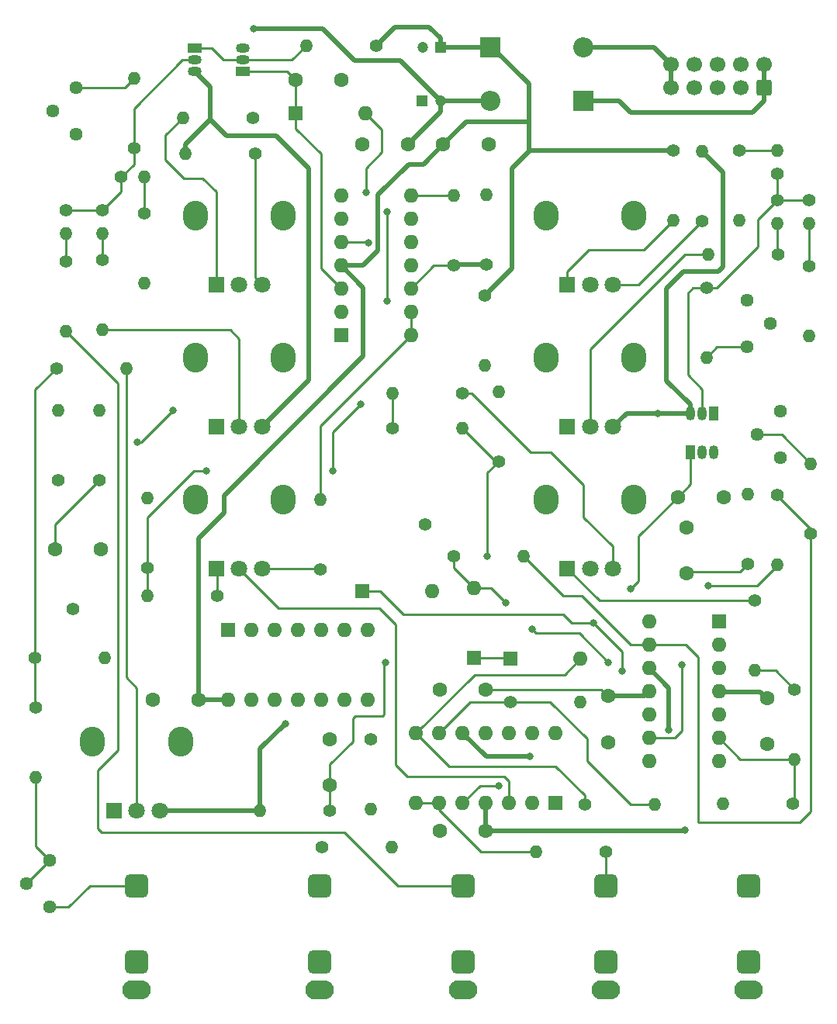
<source format=gtl>
%TF.GenerationSoftware,KiCad,Pcbnew,(6.0.1)*%
%TF.CreationDate,2022-08-28T21:55:51+02:00*%
%TF.ProjectId,vco,76636f2e-6b69-4636-9164-5f7063625858,rev?*%
%TF.SameCoordinates,Original*%
%TF.FileFunction,Copper,L1,Top*%
%TF.FilePolarity,Positive*%
%FSLAX46Y46*%
G04 Gerber Fmt 4.6, Leading zero omitted, Abs format (unit mm)*
G04 Created by KiCad (PCBNEW (6.0.1)) date 2022-08-28 21:55:51*
%MOMM*%
%LPD*%
G01*
G04 APERTURE LIST*
G04 Aperture macros list*
%AMRoundRect*
0 Rectangle with rounded corners*
0 $1 Rounding radius*
0 $2 $3 $4 $5 $6 $7 $8 $9 X,Y pos of 4 corners*
0 Add a 4 corners polygon primitive as box body*
4,1,4,$2,$3,$4,$5,$6,$7,$8,$9,$2,$3,0*
0 Add four circle primitives for the rounded corners*
1,1,$1+$1,$2,$3*
1,1,$1+$1,$4,$5*
1,1,$1+$1,$6,$7*
1,1,$1+$1,$8,$9*
0 Add four rect primitives between the rounded corners*
20,1,$1+$1,$2,$3,$4,$5,0*
20,1,$1+$1,$4,$5,$6,$7,0*
20,1,$1+$1,$6,$7,$8,$9,0*
20,1,$1+$1,$8,$9,$2,$3,0*%
G04 Aperture macros list end*
%TA.AperFunction,ComponentPad*%
%ADD10O,2.720000X3.240000*%
%TD*%
%TA.AperFunction,ComponentPad*%
%ADD11R,1.800000X1.800000*%
%TD*%
%TA.AperFunction,ComponentPad*%
%ADD12C,1.800000*%
%TD*%
%TA.AperFunction,ComponentPad*%
%ADD13O,3.100000X2.100000*%
%TD*%
%TA.AperFunction,ComponentPad*%
%ADD14RoundRect,0.650000X-0.650000X-0.650000X0.650000X-0.650000X0.650000X0.650000X-0.650000X0.650000X0*%
%TD*%
%TA.AperFunction,ComponentPad*%
%ADD15C,1.400000*%
%TD*%
%TA.AperFunction,ComponentPad*%
%ADD16R,1.200000X1.200000*%
%TD*%
%TA.AperFunction,ComponentPad*%
%ADD17C,1.200000*%
%TD*%
%TA.AperFunction,ComponentPad*%
%ADD18C,1.600000*%
%TD*%
%TA.AperFunction,ComponentPad*%
%ADD19O,1.400000X1.400000*%
%TD*%
%TA.AperFunction,ComponentPad*%
%ADD20RoundRect,0.250000X0.600000X-0.600000X0.600000X0.600000X-0.600000X0.600000X-0.600000X-0.600000X0*%
%TD*%
%TA.AperFunction,ComponentPad*%
%ADD21C,1.700000*%
%TD*%
%TA.AperFunction,ComponentPad*%
%ADD22R,2.200000X2.200000*%
%TD*%
%TA.AperFunction,ComponentPad*%
%ADD23O,2.200000X2.200000*%
%TD*%
%TA.AperFunction,ComponentPad*%
%ADD24R,1.600000X1.600000*%
%TD*%
%TA.AperFunction,ComponentPad*%
%ADD25O,1.600000X1.600000*%
%TD*%
%TA.AperFunction,ComponentPad*%
%ADD26C,1.440000*%
%TD*%
%TA.AperFunction,ComponentPad*%
%ADD27R,1.050000X1.500000*%
%TD*%
%TA.AperFunction,ComponentPad*%
%ADD28O,1.050000X1.500000*%
%TD*%
%TA.AperFunction,ComponentPad*%
%ADD29R,1.500000X1.050000*%
%TD*%
%TA.AperFunction,ComponentPad*%
%ADD30O,1.500000X1.050000*%
%TD*%
%TA.AperFunction,ViaPad*%
%ADD31C,0.800000*%
%TD*%
%TA.AperFunction,Conductor*%
%ADD32C,0.250000*%
%TD*%
%TA.AperFunction,Conductor*%
%ADD33C,0.500000*%
%TD*%
G04 APERTURE END LIST*
D10*
%TO.P,RV10,*%
%TO.N,*%
X51800000Y-72125000D03*
X61400000Y-72125000D03*
D11*
%TO.P,RV10,1,1*%
%TO.N,Net-(R29-Pad1)*%
X54100000Y-79625000D03*
D12*
%TO.P,RV10,2,2*%
%TO.N,Net-(RV10-Pad2)*%
X56600000Y-79625000D03*
%TO.P,RV10,3,3*%
%TO.N,Net-(R32-Pad1)*%
X59100000Y-79625000D03*
%TD*%
D13*
%TO.P,J2,S*%
%TO.N,GND*%
X81000000Y-125615000D03*
D14*
%TO.P,J2,T*%
%TO.N,Net-(J2-PadT)*%
X81000000Y-114215000D03*
%TO.P,J2,TN*%
%TO.N,unconnected-(J2-PadTN)*%
X81000000Y-122515000D03*
%TD*%
D10*
%TO.P,RV4,*%
%TO.N,*%
X61400000Y-41125000D03*
X51800000Y-41125000D03*
D11*
%TO.P,RV4,1,1*%
%TO.N,Net-(R3-Pad2)*%
X54100000Y-48625000D03*
D12*
%TO.P,RV4,2,2*%
%TO.N,Net-(R9-Pad2)*%
X56600000Y-48625000D03*
%TO.P,RV4,3,3*%
%TO.N,Net-(R4-Pad1)*%
X59100000Y-48625000D03*
%TD*%
D10*
%TO.P,RV1,*%
%TO.N,*%
X90100000Y-56625000D03*
X99700000Y-56625000D03*
D11*
%TO.P,RV1,1,1*%
%TO.N,GND*%
X92400000Y-64125000D03*
D12*
%TO.P,RV1,2,2*%
%TO.N,Net-(R5-Pad2)*%
X94900000Y-64125000D03*
%TO.P,RV1,3,3*%
%TO.N,-12V*%
X97400000Y-64125000D03*
%TD*%
D10*
%TO.P,RV8,*%
%TO.N,*%
X40600000Y-98525000D03*
X50200000Y-98525000D03*
D11*
%TO.P,RV8,1,1*%
%TO.N,+12V*%
X42900000Y-106025000D03*
D12*
%TO.P,RV8,2,2*%
%TO.N,Net-(R18-Pad2)*%
X45400000Y-106025000D03*
%TO.P,RV8,3,3*%
%TO.N,-12V*%
X47900000Y-106025000D03*
%TD*%
D15*
%TO.P,,1*%
%TO.N,N/C*%
X38450000Y-84000000D03*
%TD*%
D13*
%TO.P,J6,S*%
%TO.N,GND*%
X96600000Y-125615000D03*
D14*
%TO.P,J6,T*%
%TO.N,Net-(J6-PadT)*%
X96600000Y-114215000D03*
%TO.P,J6,TN*%
%TO.N,unconnected-(J6-PadTN)*%
X96600000Y-122515000D03*
%TD*%
D16*
%TO.P,C8,1*%
%TO.N,GND*%
X76577401Y-28600000D03*
D17*
%TO.P,C8,2*%
%TO.N,-12V*%
X78577401Y-28600000D03*
%TD*%
D15*
%TO.P,,1*%
%TO.N,Net-(D3-Pad2)*%
X76850000Y-74800000D03*
%TD*%
D13*
%TO.P,J1,S*%
%TO.N,GND*%
X112200000Y-125615000D03*
D14*
%TO.P,J1,T*%
%TO.N,Net-(J1-PadT)*%
X112200000Y-114215000D03*
%TO.P,J1,TN*%
%TO.N,unconnected-(J1-PadTN)*%
X112200000Y-122515000D03*
%TD*%
D18*
%TO.P,C11,1*%
%TO.N,-12V*%
X83500000Y-92800000D03*
%TO.P,C11,2*%
%TO.N,GND*%
X78500000Y-92800000D03*
%TD*%
D10*
%TO.P,RV3,*%
%TO.N,*%
X51800000Y-56625000D03*
X61400000Y-56625000D03*
D11*
%TO.P,RV3,1,1*%
%TO.N,GND*%
X54100000Y-64125000D03*
D12*
%TO.P,RV3,2,2*%
%TO.N,Net-(R8-Pad2)*%
X56600000Y-64125000D03*
%TO.P,RV3,3,3*%
%TO.N,-12V*%
X59100000Y-64125000D03*
%TD*%
D18*
%TO.P,C10,1*%
%TO.N,+12V*%
X83500000Y-108250000D03*
%TO.P,C10,2*%
%TO.N,GND*%
X78500000Y-108250000D03*
%TD*%
%TO.P,C9,1*%
%TO.N,-12V*%
X96850000Y-93550000D03*
%TO.P,C9,2*%
%TO.N,GND*%
X96850000Y-98550000D03*
%TD*%
%TO.P,C6,1*%
%TO.N,+12V*%
X114200000Y-93800000D03*
%TO.P,C6,2*%
%TO.N,GND*%
X114200000Y-98800000D03*
%TD*%
D13*
%TO.P,J4,S*%
%TO.N,GND*%
X65400000Y-125615000D03*
D14*
%TO.P,J4,T*%
%TO.N,Net-(J4-PadT)*%
X65400000Y-114215000D03*
%TO.P,J4,TN*%
%TO.N,unconnected-(J4-PadTN)*%
X65400000Y-122515000D03*
%TD*%
D10*
%TO.P,RV2,*%
%TO.N,*%
X90100000Y-41125000D03*
X99700000Y-41125000D03*
D11*
%TO.P,RV2,1,1*%
%TO.N,Net-(R1-Pad2)*%
X92400000Y-48625000D03*
D12*
%TO.P,RV2,2,2*%
%TO.N,Net-(R6-Pad2)*%
X94900000Y-48625000D03*
%TO.P,RV2,3,3*%
%TO.N,Net-(R2-Pad1)*%
X97400000Y-48625000D03*
%TD*%
D10*
%TO.P,RV11,*%
%TO.N,*%
X90100000Y-72125000D03*
X99700000Y-72125000D03*
D11*
%TO.P,RV11,1,1*%
%TO.N,Net-(R28-Pad1)*%
X92400000Y-79625000D03*
D12*
%TO.P,RV11,2,2*%
%TO.N,Net-(RV11-Pad2)*%
X94900000Y-79625000D03*
%TO.P,RV11,3,3*%
%TO.N,Net-(R39-Pad1)*%
X97400000Y-79625000D03*
%TD*%
D16*
%TO.P,C7,1*%
%TO.N,+12V*%
X78600000Y-22700000D03*
D17*
%TO.P,C7,2*%
%TO.N,GND*%
X76600000Y-22700000D03*
%TD*%
D13*
%TO.P,J3,S*%
%TO.N,GND*%
X45400000Y-125615000D03*
D14*
%TO.P,J3,T*%
%TO.N,Net-(J3-PadT)*%
X45400000Y-114215000D03*
%TO.P,J3,TN*%
%TO.N,unconnected-(J3-PadTN)*%
X45400000Y-122515000D03*
%TD*%
D15*
%TO.P,R1,1*%
%TO.N,+12V*%
X104000000Y-33990000D03*
D19*
%TO.P,R1,2*%
%TO.N,Net-(R1-Pad2)*%
X104000000Y-41610000D03*
%TD*%
D18*
%TO.P,C2,1*%
%TO.N,Net-(C2-Pad1)*%
X62740000Y-26250000D03*
%TO.P,C2,2*%
%TO.N,GND*%
X67740000Y-26250000D03*
%TD*%
D15*
%TO.P,R33,1*%
%TO.N,Net-(D4-Pad2)*%
X94290000Y-105400000D03*
D19*
%TO.P,R33,2*%
%TO.N,Net-(R31-Pad1)*%
X101910000Y-105400000D03*
%TD*%
D15*
%TO.P,R12,1*%
%TO.N,Net-(Q2-Pad2)*%
X45100000Y-33760000D03*
D19*
%TO.P,R12,2*%
%TO.N,Net-(R12-Pad2)*%
X45100000Y-26140000D03*
%TD*%
D15*
%TO.P,R30,1*%
%TO.N,Net-(D3-Pad2)*%
X79990000Y-78250000D03*
D19*
%TO.P,R30,2*%
%TO.N,Net-(R24-Pad1)*%
X87610000Y-78250000D03*
%TD*%
D15*
%TO.P,R28,1*%
%TO.N,Net-(R28-Pad1)*%
X112900000Y-83140000D03*
D19*
%TO.P,R28,2*%
%TO.N,Net-(R22-Pad1)*%
X112900000Y-90760000D03*
%TD*%
D15*
%TO.P,R20,1*%
%TO.N,Net-(R20-Pad1)*%
X117060000Y-105250000D03*
D19*
%TO.P,R20,2*%
%TO.N,GND*%
X109440000Y-105250000D03*
%TD*%
D18*
%TO.P,C16,1*%
%TO.N,+12V*%
X52150000Y-93900000D03*
%TO.P,C16,2*%
%TO.N,GND*%
X47150000Y-93900000D03*
%TD*%
%TO.P,C5,1*%
%TO.N,Net-(C5-Pad1)*%
X66500000Y-98250000D03*
%TO.P,C5,2*%
%TO.N,Net-(C5-Pad2)*%
X66500000Y-103250000D03*
%TD*%
D15*
%TO.P,R26,1*%
%TO.N,Net-(R24-Pad1)*%
X119000000Y-75790000D03*
D19*
%TO.P,R26,2*%
%TO.N,Net-(R26-Pad2)*%
X119000000Y-68170000D03*
%TD*%
D20*
%TO.P,J5,1,Pin_1*%
%TO.N,Net-(D6-Pad1)*%
X113900000Y-27100000D03*
D21*
%TO.P,J5,2,Pin_2*%
X113900000Y-24560000D03*
%TO.P,J5,3,Pin_3*%
%TO.N,GND*%
X111360000Y-27100000D03*
%TO.P,J5,4,Pin_4*%
X111360000Y-24560000D03*
%TO.P,J5,5,Pin_5*%
X108820000Y-27100000D03*
%TO.P,J5,6,Pin_6*%
X108820000Y-24560000D03*
%TO.P,J5,7,Pin_7*%
X106280000Y-27100000D03*
%TO.P,J5,8,Pin_8*%
X106280000Y-24560000D03*
%TO.P,J5,9,Pin_9*%
%TO.N,Net-(D5-Pad2)*%
X103740000Y-27100000D03*
%TO.P,J5,10,Pin_10*%
X103740000Y-24560000D03*
%TD*%
D15*
%TO.P,R5,1*%
%TO.N,Net-(R5-Pad1)*%
X115410000Y-45300000D03*
D19*
%TO.P,R5,2*%
%TO.N,Net-(R5-Pad2)*%
X107790000Y-45300000D03*
%TD*%
D22*
%TO.P,D6,1,K*%
%TO.N,Net-(D6-Pad1)*%
X94180000Y-28600000D03*
D23*
%TO.P,D6,2,A*%
%TO.N,-12V*%
X84020000Y-28600000D03*
%TD*%
D15*
%TO.P,R31,1*%
%TO.N,Net-(R31-Pad1)*%
X86240000Y-94200000D03*
D19*
%TO.P,R31,2*%
%TO.N,Net-(D3-Pad2)*%
X93860000Y-94200000D03*
%TD*%
D15*
%TO.P,R8,1*%
%TO.N,Net-(R8-Pad1)*%
X41700000Y-45950000D03*
D19*
%TO.P,R8,2*%
%TO.N,Net-(R8-Pad2)*%
X41700000Y-53570000D03*
%TD*%
D24*
%TO.P,D4,1,K*%
%TO.N,Net-(C5-Pad2)*%
X86240000Y-89450000D03*
D25*
%TO.P,D4,2,A*%
%TO.N,Net-(D4-Pad2)*%
X93860000Y-89450000D03*
%TD*%
D15*
%TO.P,R6,1*%
%TO.N,Net-(R6-Pad1)*%
X111150000Y-33990000D03*
D19*
%TO.P,R6,2*%
%TO.N,Net-(R6-Pad2)*%
X111150000Y-41610000D03*
%TD*%
D15*
%TO.P,R4,1*%
%TO.N,Net-(R4-Pad1)*%
X58360000Y-34300000D03*
D19*
%TO.P,R4,2*%
%TO.N,-12V*%
X50740000Y-34300000D03*
%TD*%
D15*
%TO.P,R25,1*%
%TO.N,Net-(R25-Pad1)*%
X80050000Y-46560000D03*
D19*
%TO.P,R25,2*%
%TO.N,Net-(R25-Pad2)*%
X80050000Y-38940000D03*
%TD*%
D15*
%TO.P,TH3,1*%
%TO.N,Net-(Q1-Pad2)*%
X118800000Y-39430000D03*
D19*
%TO.P,TH3,2*%
%TO.N,Net-(R7-Pad1)*%
X118800000Y-41970000D03*
%TD*%
D15*
%TO.P,R21,1*%
%TO.N,Net-(R21-Pad1)*%
X36800000Y-69960000D03*
D19*
%TO.P,R21,2*%
%TO.N,GND*%
X36800000Y-62340000D03*
%TD*%
D26*
%TO.P,RV5,1,1*%
%TO.N,Net-(R11-Pad2)*%
X112025000Y-55450000D03*
%TO.P,RV5,2,2*%
%TO.N,GND*%
X114565000Y-52910000D03*
%TO.P,RV5,3,3*%
X112025000Y-50370000D03*
%TD*%
D15*
%TO.P,R19,1*%
%TO.N,Net-(R15-Pad1)*%
X34340000Y-89400000D03*
D19*
%TO.P,R19,2*%
%TO.N,GND*%
X41960000Y-89400000D03*
%TD*%
D15*
%TO.P,R2,1*%
%TO.N,Net-(R2-Pad1)*%
X107100000Y-41660000D03*
D19*
%TO.P,R2,2*%
%TO.N,-12V*%
X107100000Y-34040000D03*
%TD*%
D26*
%TO.P,RV9,1,1*%
%TO.N,-12V*%
X115675000Y-62450000D03*
%TO.P,RV9,2,2*%
%TO.N,Net-(R26-Pad2)*%
X113135000Y-64990000D03*
%TO.P,RV9,3,3*%
%TO.N,GND*%
X115675000Y-67530000D03*
%TD*%
D15*
%TO.P,R22,1*%
%TO.N,Net-(R22-Pad1)*%
X117200000Y-92840000D03*
D19*
%TO.P,R22,2*%
%TO.N,Net-(R20-Pad1)*%
X117200000Y-100460000D03*
%TD*%
D15*
%TO.P,R35,1*%
%TO.N,Net-(C5-Pad2)*%
X66510000Y-106050000D03*
D19*
%TO.P,R35,2*%
%TO.N,-12V*%
X58890000Y-106050000D03*
%TD*%
D15*
%TO.P,R17,1*%
%TO.N,Net-(C4-Pad1)*%
X41300000Y-70010000D03*
D19*
%TO.P,R17,2*%
%TO.N,GND*%
X41300000Y-62390000D03*
%TD*%
D15*
%TO.P,TH5,1*%
%TO.N,Net-(Q2-Pad2)*%
X43710000Y-36900000D03*
D19*
%TO.P,TH5,2*%
%TO.N,Net-(R9-Pad1)*%
X46250000Y-36900000D03*
%TD*%
D24*
%TO.P,U3,1*%
%TO.N,Net-(C4-Pad2)*%
X67700000Y-54175000D03*
D25*
%TO.P,U3,2,-*%
X67700000Y-51635000D03*
%TO.P,U3,3,+*%
%TO.N,Net-(C2-Pad1)*%
X67700000Y-49095000D03*
%TO.P,U3,4,V+*%
%TO.N,+12V*%
X67700000Y-46555000D03*
%TO.P,U3,5,+*%
%TO.N,Net-(C4-Pad1)*%
X67700000Y-44015000D03*
%TO.P,U3,6,-*%
%TO.N,Net-(R21-Pad1)*%
X67700000Y-41475000D03*
%TO.P,U3,7*%
%TO.N,Net-(R23-Pad1)*%
X67700000Y-38935000D03*
%TO.P,U3,8*%
%TO.N,Net-(R25-Pad2)*%
X75320000Y-38935000D03*
%TO.P,U3,9,-*%
%TO.N,Net-(R15-Pad1)*%
X75320000Y-41475000D03*
%TO.P,U3,10,+*%
%TO.N,Net-(C4-Pad1)*%
X75320000Y-44015000D03*
%TO.P,U3,11,V-*%
%TO.N,-12V*%
X75320000Y-46555000D03*
%TO.P,U3,12,+*%
%TO.N,Net-(R25-Pad1)*%
X75320000Y-49095000D03*
%TO.P,U3,13,-*%
%TO.N,Net-(R32-Pad2)*%
X75320000Y-51635000D03*
%TO.P,U3,14*%
X75320000Y-54175000D03*
%TD*%
D18*
%TO.P,C4,1*%
%TO.N,Net-(C4-Pad1)*%
X36500000Y-77500000D03*
%TO.P,C4,2*%
%TO.N,Net-(C4-Pad2)*%
X41500000Y-77500000D03*
%TD*%
D15*
%TO.P,R36,1*%
%TO.N,Net-(C5-Pad1)*%
X71000000Y-98240000D03*
D19*
%TO.P,R36,2*%
%TO.N,GND*%
X71000000Y-105860000D03*
%TD*%
D24*
%TO.P,D2,1,K*%
%TO.N,Net-(C2-Pad1)*%
X62740000Y-29950000D03*
D25*
%TO.P,D2,2,A*%
%TO.N,Net-(D2-Pad2)*%
X70360000Y-29950000D03*
%TD*%
D15*
%TO.P,R16,1*%
%TO.N,Net-(C3-Pad1)*%
X112100000Y-79160000D03*
D19*
%TO.P,R16,2*%
%TO.N,GND*%
X112100000Y-71540000D03*
%TD*%
D24*
%TO.P,D3,1,K*%
%TO.N,Net-(C5-Pad2)*%
X82200000Y-89360000D03*
D25*
%TO.P,D3,2,A*%
%TO.N,Net-(D3-Pad2)*%
X82200000Y-81740000D03*
%TD*%
D15*
%TO.P,R14,1*%
%TO.N,+12V*%
X71510000Y-22550000D03*
D19*
%TO.P,R14,2*%
%TO.N,Net-(Q2-Pad1)*%
X63890000Y-22550000D03*
%TD*%
D18*
%TO.P,C15,1*%
%TO.N,-12V*%
X75000000Y-33350000D03*
%TO.P,C15,2*%
%TO.N,GND*%
X70000000Y-33350000D03*
%TD*%
D15*
%TO.P,R32,1*%
%TO.N,Net-(R32-Pad1)*%
X65450000Y-79710000D03*
D19*
%TO.P,R32,2*%
%TO.N,Net-(R32-Pad2)*%
X65450000Y-72090000D03*
%TD*%
D27*
%TO.P,Q3,1,C*%
%TO.N,Net-(C1-Pad1)*%
X105830000Y-66940000D03*
D28*
%TO.P,Q3,2,B*%
%TO.N,Net-(Q1-Pad1)*%
X107100000Y-66940000D03*
%TO.P,Q3,3,E*%
%TO.N,GND*%
X108370000Y-66940000D03*
%TD*%
D15*
%TO.P,R18,1*%
%TO.N,Net-(R15-Pad1)*%
X36640000Y-57800000D03*
D19*
%TO.P,R18,2*%
%TO.N,Net-(R18-Pad2)*%
X44260000Y-57800000D03*
%TD*%
D15*
%TO.P,R24,1*%
%TO.N,Net-(R24-Pad1)*%
X115300000Y-71600000D03*
D19*
%TO.P,R24,2*%
%TO.N,Net-(R24-Pad2)*%
X115300000Y-79220000D03*
%TD*%
D15*
%TO.P,TH6,1*%
%TO.N,Net-(Q2-Pad2)*%
X37700000Y-40480000D03*
D19*
%TO.P,TH6,2*%
%TO.N,Net-(R10-Pad1)*%
X37700000Y-43020000D03*
%TD*%
D15*
%TO.P,R15,1*%
%TO.N,Net-(R15-Pad1)*%
X34400000Y-94740000D03*
D19*
%TO.P,R15,2*%
%TO.N,Net-(R15-Pad2)*%
X34400000Y-102360000D03*
%TD*%
D15*
%TO.P,R40,1*%
%TO.N,Net-(J6-PadT)*%
X96650000Y-110500000D03*
D19*
%TO.P,R40,2*%
%TO.N,Net-(R40-Pad2)*%
X89030000Y-110500000D03*
%TD*%
D24*
%TO.P,U2,1*%
%TO.N,N/C*%
X55350000Y-86300000D03*
D25*
%TO.P,U2,2*%
X57890000Y-86300000D03*
%TO.P,U2,3*%
%TO.N,Net-(C2-Pad1)*%
X60430000Y-86300000D03*
%TO.P,U2,4*%
%TO.N,Net-(D2-Pad2)*%
X62970000Y-86300000D03*
%TO.P,U2,5*%
%TO.N,Net-(C1-Pad1)*%
X65510000Y-86300000D03*
%TO.P,U2,6*%
%TO.N,Net-(D1-Pad2)*%
X68050000Y-86300000D03*
%TO.P,U2,7,VSS*%
%TO.N,GND*%
X70590000Y-86300000D03*
%TO.P,U2,8*%
%TO.N,N/C*%
X70590000Y-93920000D03*
%TO.P,U2,9*%
X68050000Y-93920000D03*
%TO.P,U2,10*%
X65510000Y-93920000D03*
%TO.P,U2,11*%
X62970000Y-93920000D03*
%TO.P,U2,12*%
X60430000Y-93920000D03*
%TO.P,U2,13*%
X57890000Y-93920000D03*
%TO.P,U2,14,VDD*%
%TO.N,+12V*%
X55350000Y-93920000D03*
%TD*%
D15*
%TO.P,R3,1*%
%TO.N,+12V*%
X58060000Y-30400000D03*
D19*
%TO.P,R3,2*%
%TO.N,Net-(R3-Pad2)*%
X50440000Y-30400000D03*
%TD*%
D15*
%TO.P,R37,1*%
%TO.N,Net-(R37-Pad1)*%
X84900000Y-67960000D03*
D19*
%TO.P,R37,2*%
%TO.N,GND*%
X84900000Y-60340000D03*
%TD*%
D15*
%TO.P,TH2,1*%
%TO.N,Net-(Q1-Pad2)*%
X115300000Y-36520000D03*
D19*
%TO.P,TH2,2*%
%TO.N,Net-(R6-Pad1)*%
X115300000Y-33980000D03*
%TD*%
D15*
%TO.P,R39,1*%
%TO.N,Net-(R39-Pad1)*%
X80910000Y-60450000D03*
D19*
%TO.P,R39,2*%
%TO.N,Net-(R38-Pad1)*%
X73290000Y-60450000D03*
%TD*%
D27*
%TO.P,Q1,1,C*%
%TO.N,Net-(Q1-Pad1)*%
X108370000Y-62660000D03*
D28*
%TO.P,Q1,2,B*%
%TO.N,Net-(Q1-Pad2)*%
X107100000Y-62660000D03*
%TO.P,Q1,3,E*%
%TO.N,-12V*%
X105830000Y-62660000D03*
%TD*%
D15*
%TO.P,R38,1*%
%TO.N,Net-(R38-Pad1)*%
X73290000Y-64300000D03*
D19*
%TO.P,R38,2*%
%TO.N,Net-(R37-Pad1)*%
X80910000Y-64300000D03*
%TD*%
D15*
%TO.P,R34,1*%
%TO.N,Net-(J4-PadT)*%
X65590000Y-110050000D03*
D19*
%TO.P,R34,2*%
%TO.N,Net-(R34-Pad2)*%
X73210000Y-110050000D03*
%TD*%
D26*
%TO.P,RV6,1,1*%
%TO.N,Net-(R12-Pad2)*%
X38775000Y-27100000D03*
%TO.P,RV6,2,2*%
%TO.N,GND*%
X36235000Y-29640000D03*
%TO.P,RV6,3,3*%
X38775000Y-32180000D03*
%TD*%
D15*
%TO.P,R7,1*%
%TO.N,Net-(R7-Pad1)*%
X118800000Y-46590000D03*
D19*
%TO.P,R7,2*%
%TO.N,Net-(J1-PadT)*%
X118800000Y-54210000D03*
%TD*%
D24*
%TO.P,U1,1*%
%TO.N,Net-(C3-Pad2)*%
X108950000Y-85425000D03*
D25*
%TO.P,U1,2,-*%
X108950000Y-87965000D03*
%TO.P,U1,3,+*%
%TO.N,Net-(C1-Pad1)*%
X108950000Y-90505000D03*
%TO.P,U1,4,V+*%
%TO.N,+12V*%
X108950000Y-93045000D03*
%TO.P,U1,5,+*%
%TO.N,Net-(C3-Pad1)*%
X108950000Y-95585000D03*
%TO.P,U1,6,-*%
%TO.N,Net-(R20-Pad1)*%
X108950000Y-98125000D03*
%TO.P,U1,7*%
%TO.N,Net-(R22-Pad1)*%
X108950000Y-100665000D03*
%TO.P,U1,8*%
%TO.N,Net-(R24-Pad2)*%
X101330000Y-100665000D03*
%TO.P,U1,9,-*%
X101330000Y-98125000D03*
%TO.P,U1,10,+*%
%TO.N,Net-(C1-Pad1)*%
X101330000Y-95585000D03*
%TO.P,U1,11,V-*%
%TO.N,-12V*%
X101330000Y-93045000D03*
%TO.P,U1,12,+*%
%TO.N,GND*%
X101330000Y-90505000D03*
%TO.P,U1,13,-*%
%TO.N,Net-(R24-Pad1)*%
X101330000Y-87965000D03*
%TO.P,U1,14*%
%TO.N,Net-(D3-Pad2)*%
X101330000Y-85425000D03*
%TD*%
D15*
%TO.P,R9,1*%
%TO.N,Net-(R9-Pad1)*%
X46250000Y-40840000D03*
D19*
%TO.P,R9,2*%
%TO.N,Net-(R9-Pad2)*%
X46250000Y-48460000D03*
%TD*%
D18*
%TO.P,C14,1*%
%TO.N,+12V*%
X78850000Y-33350000D03*
%TO.P,C14,2*%
%TO.N,GND*%
X83850000Y-33350000D03*
%TD*%
D15*
%TO.P,R11,1*%
%TO.N,Net-(Q1-Pad2)*%
X107600000Y-48990000D03*
D19*
%TO.P,R11,2*%
%TO.N,Net-(R11-Pad2)*%
X107600000Y-56610000D03*
%TD*%
D18*
%TO.P,C1,1*%
%TO.N,Net-(C1-Pad1)*%
X104450000Y-71800000D03*
%TO.P,C1,2*%
%TO.N,GND*%
X109450000Y-71800000D03*
%TD*%
D15*
%TO.P,R13,1*%
%TO.N,+12V*%
X83400000Y-49840000D03*
D19*
%TO.P,R13,2*%
%TO.N,Net-(Q1-Pad1)*%
X83400000Y-57460000D03*
%TD*%
D24*
%TO.P,U4,1*%
%TO.N,Net-(R34-Pad2)*%
X91125000Y-105200000D03*
D25*
%TO.P,U4,2,-*%
X88585000Y-105200000D03*
%TO.P,U4,3,+*%
%TO.N,Net-(RV10-Pad2)*%
X86045000Y-105200000D03*
%TO.P,U4,4,V+*%
%TO.N,+12V*%
X83505000Y-105200000D03*
%TO.P,U4,5,+*%
%TO.N,Net-(RV11-Pad2)*%
X80965000Y-105200000D03*
%TO.P,U4,6,-*%
%TO.N,Net-(R40-Pad2)*%
X78425000Y-105200000D03*
%TO.P,U4,7*%
X75885000Y-105200000D03*
%TO.P,U4,8*%
%TO.N,Net-(D4-Pad2)*%
X75885000Y-97580000D03*
%TO.P,U4,9,-*%
%TO.N,Net-(R31-Pad1)*%
X78425000Y-97580000D03*
%TO.P,U4,10,+*%
%TO.N,GND*%
X80965000Y-97580000D03*
%TO.P,U4,11,V-*%
%TO.N,-12V*%
X83505000Y-97580000D03*
%TO.P,U4,12,+*%
%TO.N,Net-(C5-Pad1)*%
X86045000Y-97580000D03*
%TO.P,U4,13,-*%
%TO.N,Net-(R37-Pad1)*%
X88585000Y-97580000D03*
%TO.P,U4,14*%
%TO.N,Net-(R38-Pad1)*%
X91125000Y-97580000D03*
%TD*%
D15*
%TO.P,R29,1*%
%TO.N,Net-(R29-Pad1)*%
X54210000Y-82600000D03*
D19*
%TO.P,R29,2*%
%TO.N,Net-(R23-Pad1)*%
X46590000Y-82600000D03*
%TD*%
D15*
%TO.P,TH4,1*%
%TO.N,Net-(Q2-Pad2)*%
X41700000Y-40480000D03*
D19*
%TO.P,TH4,2*%
%TO.N,Net-(R8-Pad1)*%
X41700000Y-43020000D03*
%TD*%
D15*
%TO.P,R10,1*%
%TO.N,Net-(R10-Pad1)*%
X37700000Y-46090000D03*
D19*
%TO.P,R10,2*%
%TO.N,Net-(J2-PadT)*%
X37700000Y-53710000D03*
%TD*%
D18*
%TO.P,C3,1*%
%TO.N,Net-(C3-Pad1)*%
X105450000Y-80150000D03*
%TO.P,C3,2*%
%TO.N,Net-(C3-Pad2)*%
X105450000Y-75150000D03*
%TD*%
D15*
%TO.P,TH1,1*%
%TO.N,Net-(Q1-Pad2)*%
X115300000Y-39430000D03*
D19*
%TO.P,TH1,2*%
%TO.N,Net-(R5-Pad1)*%
X115300000Y-41970000D03*
%TD*%
D22*
%TO.P,D5,1,K*%
%TO.N,+12V*%
X84020000Y-22700000D03*
D23*
%TO.P,D5,2,A*%
%TO.N,Net-(D5-Pad2)*%
X94180000Y-22700000D03*
%TD*%
D29*
%TO.P,Q2,1,C*%
%TO.N,Net-(Q2-Pad1)*%
X51750000Y-22810000D03*
D30*
%TO.P,Q2,2,B*%
%TO.N,Net-(Q2-Pad2)*%
X51750000Y-24080000D03*
%TO.P,Q2,3,E*%
%TO.N,-12V*%
X51750000Y-25350000D03*
%TD*%
D15*
%TO.P,R23,1*%
%TO.N,Net-(R23-Pad1)*%
X46600000Y-79560000D03*
D19*
%TO.P,R23,2*%
%TO.N,Net-(R21-Pad1)*%
X46600000Y-71940000D03*
%TD*%
D29*
%TO.P,Q4,1,C*%
%TO.N,Net-(C2-Pad1)*%
X56950000Y-25350000D03*
D30*
%TO.P,Q4,2,B*%
%TO.N,Net-(Q2-Pad1)*%
X56950000Y-24080000D03*
%TO.P,Q4,3,E*%
%TO.N,GND*%
X56950000Y-22810000D03*
%TD*%
D15*
%TO.P,R27,1*%
%TO.N,Net-(R25-Pad1)*%
X83600000Y-46460000D03*
D19*
%TO.P,R27,2*%
%TO.N,GND*%
X83600000Y-38840000D03*
%TD*%
D26*
%TO.P,RV7,1,1*%
%TO.N,Net-(R15-Pad2)*%
X35925000Y-111500000D03*
%TO.P,RV7,2,2*%
X33385000Y-114040000D03*
%TO.P,RV7,3,3*%
%TO.N,Net-(J3-PadT)*%
X35925000Y-116580000D03*
%TD*%
D24*
%TO.P,D1,1,K*%
%TO.N,Net-(C1-Pad1)*%
X70040000Y-82050000D03*
D25*
%TO.P,D1,2,A*%
%TO.N,Net-(D1-Pad2)*%
X77660000Y-82050000D03*
%TD*%
D31*
%TO.N,Net-(C1-Pad1)*%
X98400000Y-90800000D03*
X99300000Y-81800000D03*
X95300000Y-85550000D03*
%TO.N,GND*%
X103500000Y-97200000D03*
X88350000Y-100150000D03*
%TO.N,Net-(C4-Pad1)*%
X70700000Y-44050000D03*
X45500000Y-65800000D03*
X49350000Y-62350000D03*
%TO.N,Net-(C5-Pad2)*%
X72600000Y-89850000D03*
%TO.N,+12V*%
X105250000Y-108150000D03*
%TO.N,-12V*%
X61650000Y-96550000D03*
X58200000Y-20700000D03*
X102250000Y-62660000D03*
%TO.N,Net-(D2-Pad2)*%
X72750000Y-40700000D03*
X72750000Y-50450000D03*
X70450000Y-38550000D03*
%TO.N,Net-(D3-Pad2)*%
X88600000Y-86250000D03*
X96900000Y-89850000D03*
X85700000Y-83350000D03*
%TO.N,Net-(R23-Pad1)*%
X53050000Y-69000000D03*
X69850000Y-61700000D03*
X66850000Y-69000000D03*
%TO.N,Net-(R24-Pad2)*%
X104900000Y-90150000D03*
X107750000Y-81450000D03*
%TO.N,Net-(R37-Pad1)*%
X83700000Y-78300000D03*
%TO.N,Net-(RV11-Pad2)*%
X84900000Y-103300000D03*
%TD*%
D32*
%TO.N,Net-(C1-Pad1)*%
X104450000Y-71800000D02*
X100150000Y-76100000D01*
X95300000Y-85550000D02*
X92900000Y-85550000D01*
X72000000Y-82050000D02*
X70040000Y-82050000D01*
X91950000Y-84600000D02*
X74550000Y-84600000D01*
X74550000Y-84600000D02*
X72000000Y-82050000D01*
X105830000Y-70420000D02*
X104450000Y-71800000D01*
X95300000Y-85550000D02*
X98400000Y-88650000D01*
X92900000Y-85550000D02*
X91950000Y-84600000D01*
X100150000Y-76100000D02*
X100150000Y-80950000D01*
X98400000Y-88650000D02*
X98400000Y-90800000D01*
X100150000Y-80950000D02*
X99300000Y-81800000D01*
X105830000Y-66940000D02*
X105830000Y-70420000D01*
D33*
%TO.N,GND*%
X103500000Y-97200000D02*
X103500000Y-92675000D01*
X103500000Y-92675000D02*
X101330000Y-90505000D01*
X80965000Y-97580000D02*
X83535000Y-100150000D01*
X83535000Y-100150000D02*
X88350000Y-100150000D01*
D32*
%TO.N,Net-(C2-Pad1)*%
X62740000Y-26250000D02*
X62740000Y-29950000D01*
X62740000Y-31590000D02*
X65500000Y-34350000D01*
X65500000Y-34350000D02*
X65500000Y-46895000D01*
X65500000Y-46895000D02*
X67700000Y-49095000D01*
X61840000Y-25350000D02*
X62740000Y-26250000D01*
X62740000Y-29950000D02*
X62740000Y-31590000D01*
X61840000Y-25350000D02*
X56950000Y-25350000D01*
%TO.N,Net-(C3-Pad1)*%
X105640000Y-79960000D02*
X105450000Y-80150000D01*
X111300000Y-79960000D02*
X105640000Y-79960000D01*
X112100000Y-79160000D02*
X111300000Y-79960000D01*
%TO.N,Net-(C4-Pad1)*%
X67700000Y-44015000D02*
X70665000Y-44015000D01*
X45900000Y-65800000D02*
X45500000Y-65800000D01*
X49350000Y-62350000D02*
X45900000Y-65800000D01*
X36500000Y-74810000D02*
X41300000Y-70010000D01*
X36500000Y-77500000D02*
X36500000Y-74810000D01*
X70665000Y-44015000D02*
X70700000Y-44050000D01*
%TO.N,Net-(C5-Pad1)*%
X70990000Y-98250000D02*
X71000000Y-98240000D01*
%TO.N,Net-(C5-Pad2)*%
X72400000Y-95550000D02*
X72200000Y-95750000D01*
X66510000Y-103260000D02*
X66500000Y-103250000D01*
X69250000Y-95750000D02*
X69000000Y-96000000D01*
X72600000Y-89850000D02*
X72400000Y-90050000D01*
X66500000Y-101000000D02*
X66500000Y-103250000D01*
X69000000Y-96000000D02*
X69000000Y-98500000D01*
X86180000Y-89360000D02*
X86240000Y-89300000D01*
X69000000Y-98500000D02*
X66500000Y-101000000D01*
X66510000Y-106050000D02*
X66510000Y-103260000D01*
X72200000Y-95750000D02*
X69250000Y-95750000D01*
X72400000Y-90050000D02*
X72400000Y-95550000D01*
X82200000Y-89360000D02*
X86180000Y-89360000D01*
D33*
%TO.N,+12V*%
X88250000Y-26750000D02*
X88250000Y-30850000D01*
D32*
X70150000Y-49000000D02*
X70145000Y-49000000D01*
D33*
X105150000Y-108250000D02*
X83500000Y-108250000D01*
X70145000Y-49000000D02*
X67700000Y-46555000D01*
X78850000Y-33350000D02*
X76700000Y-35500000D01*
X52150000Y-93900000D02*
X52150000Y-76350000D01*
X70095000Y-46555000D02*
X67700000Y-46555000D01*
X76700000Y-35500000D02*
X75100000Y-35500000D01*
X73560000Y-20500000D02*
X71510000Y-22550000D01*
X90660000Y-33990000D02*
X88310000Y-33990000D01*
D32*
X52100000Y-93900000D02*
X52120000Y-93920000D01*
D33*
X83505000Y-105200000D02*
X83505000Y-108245000D01*
X84020000Y-22700000D02*
X78600000Y-22700000D01*
X108950000Y-93045000D02*
X108955000Y-93050000D01*
D32*
X52150000Y-93900000D02*
X52100000Y-93900000D01*
D33*
X88250000Y-33900000D02*
X88340000Y-33990000D01*
X86400000Y-35900000D02*
X86400000Y-46840000D01*
X88250000Y-30900000D02*
X88250000Y-33900000D01*
X84200000Y-22700000D02*
X88250000Y-26750000D01*
X54950000Y-73550000D02*
X54950000Y-71650000D01*
X54950000Y-71650000D02*
X70150000Y-56450000D01*
D32*
X84020000Y-22700000D02*
X84200000Y-22700000D01*
X88200000Y-30850000D02*
X88250000Y-30900000D01*
D33*
X77350000Y-20500000D02*
X73560000Y-20500000D01*
X113450000Y-93050000D02*
X114200000Y-93800000D01*
X70150000Y-56450000D02*
X70150000Y-49000000D01*
X71750000Y-38850000D02*
X71750000Y-44900000D01*
D32*
X55630000Y-93920000D02*
X55350000Y-93920000D01*
D33*
X78600000Y-22700000D02*
X78600000Y-21750000D01*
X88340000Y-33990000D02*
X104000000Y-33990000D01*
X75100000Y-35500000D02*
X71750000Y-38850000D01*
X81350000Y-30850000D02*
X78850000Y-33350000D01*
X88310000Y-33990000D02*
X86400000Y-35900000D01*
D32*
X105250000Y-108150000D02*
X105150000Y-108250000D01*
D33*
X88250000Y-30850000D02*
X81350000Y-30850000D01*
D32*
X83505000Y-108245000D02*
X83500000Y-108250000D01*
D33*
X52120000Y-93920000D02*
X55350000Y-93920000D01*
X86400000Y-46840000D02*
X83400000Y-49840000D01*
X71750000Y-44900000D02*
X70095000Y-46555000D01*
X52150000Y-76350000D02*
X54950000Y-73550000D01*
X108955000Y-93050000D02*
X113450000Y-93050000D01*
X78600000Y-21750000D02*
X77350000Y-20500000D01*
D32*
%TO.N,-12V*%
X96100000Y-92800000D02*
X83500000Y-92800000D01*
D33*
X65700000Y-20700000D02*
X58200000Y-20700000D01*
X53450000Y-27050000D02*
X51750000Y-25350000D01*
X78577401Y-29772599D02*
X75000000Y-33350000D01*
X50740000Y-33310000D02*
X53450000Y-30600000D01*
X105100000Y-47200000D02*
X103250000Y-49050000D01*
X50740000Y-34300000D02*
X50740000Y-33310000D01*
X61650000Y-96550000D02*
X58890000Y-99310000D01*
X69200000Y-24200000D02*
X65700000Y-20700000D01*
X103250000Y-49050000D02*
X103250000Y-59100000D01*
X53450000Y-30600000D02*
X53450000Y-27050000D01*
X78577401Y-28600000D02*
X84020000Y-28600000D01*
X100825000Y-93550000D02*
X96850000Y-93550000D01*
X98865000Y-62660000D02*
X97400000Y-64125000D01*
X59100000Y-64125000D02*
X64200000Y-59025000D01*
X60600000Y-32350000D02*
X55200000Y-32350000D01*
X105830000Y-62660000D02*
X102250000Y-62660000D01*
X74177401Y-24200000D02*
X69200000Y-24200000D01*
X109400000Y-36340000D02*
X109400000Y-46700000D01*
X55200000Y-32350000D02*
X53450000Y-30600000D01*
X64200000Y-59025000D02*
X64200000Y-35950000D01*
X102250000Y-62660000D02*
X98865000Y-62660000D01*
D32*
X58865000Y-106025000D02*
X58890000Y-106050000D01*
D33*
X105830000Y-61680000D02*
X105830000Y-62660000D01*
X47900000Y-106025000D02*
X58865000Y-106025000D01*
X64200000Y-35950000D02*
X60600000Y-32350000D01*
X109400000Y-46700000D02*
X108900000Y-47200000D01*
X103250000Y-59100000D02*
X105830000Y-61680000D01*
D32*
X101330000Y-93045000D02*
X100825000Y-93550000D01*
D33*
X107100000Y-34040000D02*
X109400000Y-36340000D01*
X108900000Y-47200000D02*
X105100000Y-47200000D01*
X78577401Y-28600000D02*
X74177401Y-24200000D01*
X58890000Y-99310000D02*
X58890000Y-106050000D01*
X78577401Y-28600000D02*
X78577401Y-29772599D01*
D32*
X83500000Y-97575000D02*
X83505000Y-97580000D01*
X96850000Y-93550000D02*
X96100000Y-92800000D01*
%TO.N,Net-(D2-Pad2)*%
X72750000Y-50450000D02*
X72750000Y-40700000D01*
X72150000Y-31740000D02*
X70360000Y-29950000D01*
X70450000Y-35900000D02*
X72150000Y-34200000D01*
X72150000Y-34200000D02*
X72150000Y-31740000D01*
X70450000Y-38550000D02*
X70450000Y-35900000D01*
%TO.N,Net-(D3-Pad2)*%
X84090000Y-81740000D02*
X85700000Y-83350000D01*
X82200000Y-81740000D02*
X84090000Y-81740000D01*
X96900000Y-89850000D02*
X93700000Y-86650000D01*
X93700000Y-86650000D02*
X89000000Y-86650000D01*
X89000000Y-86650000D02*
X88600000Y-86250000D01*
X79990000Y-78250000D02*
X79990000Y-79530000D01*
X79990000Y-79530000D02*
X82200000Y-81740000D01*
%TO.N,Net-(D4-Pad2)*%
X75885000Y-97580000D02*
X79505000Y-101200000D01*
X91150000Y-101200000D02*
X94290000Y-104340000D01*
X93860000Y-89450000D02*
X92110000Y-91200000D01*
X79505000Y-101200000D02*
X91150000Y-101200000D01*
X94290000Y-104340000D02*
X94290000Y-105400000D01*
X82265000Y-91200000D02*
X75885000Y-97580000D01*
X92110000Y-91200000D02*
X82265000Y-91200000D01*
D33*
%TO.N,Net-(D5-Pad2)*%
X103740000Y-27100000D02*
X103740000Y-24560000D01*
X101880000Y-22700000D02*
X103740000Y-24560000D01*
X94180000Y-22700000D02*
X101880000Y-22700000D01*
%TO.N,Net-(D6-Pad1)*%
X94180000Y-28600000D02*
X98050000Y-28600000D01*
X112600000Y-29850000D02*
X113900000Y-28550000D01*
X98050000Y-28600000D02*
X99300000Y-29850000D01*
X113900000Y-28550000D02*
X113900000Y-27100000D01*
X113900000Y-24560000D02*
X113900000Y-27100000D01*
X99300000Y-29850000D02*
X112600000Y-29850000D01*
D32*
%TO.N,Net-(Q1-Pad2)*%
X115300000Y-39430000D02*
X118800000Y-39430000D01*
X107100000Y-60050000D02*
X107100000Y-62660000D01*
X105550000Y-58500000D02*
X107100000Y-60050000D01*
X115300000Y-36520000D02*
X115300000Y-39430000D01*
X108710000Y-48990000D02*
X107600000Y-48990000D01*
X105550000Y-49550000D02*
X105550000Y-58500000D01*
X107600000Y-48990000D02*
X106110000Y-48990000D01*
X115300000Y-39430000D02*
X113200000Y-41530000D01*
X113200000Y-44500000D02*
X108710000Y-48990000D01*
X113200000Y-41530000D02*
X113200000Y-44500000D01*
X106110000Y-48990000D02*
X105550000Y-49550000D01*
%TO.N,Net-(Q2-Pad1)*%
X62360000Y-24080000D02*
X63890000Y-22550000D01*
X54880000Y-24080000D02*
X56950000Y-24080000D01*
X53610000Y-22810000D02*
X54880000Y-24080000D01*
X51750000Y-22810000D02*
X53610000Y-22810000D01*
X56950000Y-24080000D02*
X62360000Y-24080000D01*
%TO.N,Net-(Q2-Pad2)*%
X51750000Y-24080000D02*
X50420000Y-24080000D01*
X45100000Y-35510000D02*
X43710000Y-36900000D01*
X43710000Y-38470000D02*
X41700000Y-40480000D01*
X45100000Y-29400000D02*
X45100000Y-33760000D01*
X37700000Y-40480000D02*
X41700000Y-40480000D01*
X43710000Y-36900000D02*
X43710000Y-38470000D01*
X50420000Y-24080000D02*
X45100000Y-29400000D01*
X45100000Y-33760000D02*
X45100000Y-35510000D01*
%TO.N,Net-(R1-Pad2)*%
X100760000Y-44850000D02*
X94750000Y-44850000D01*
X104000000Y-41610000D02*
X100760000Y-44850000D01*
X92400000Y-47200000D02*
X92400000Y-48625000D01*
X94750000Y-44850000D02*
X92400000Y-47200000D01*
%TO.N,Net-(R2-Pad1)*%
X100135000Y-48625000D02*
X107100000Y-41660000D01*
X97400000Y-48625000D02*
X100135000Y-48625000D01*
%TO.N,Net-(R3-Pad2)*%
X48550000Y-35000000D02*
X50550000Y-37000000D01*
X54100000Y-38500000D02*
X54100000Y-48625000D01*
X50440000Y-30400000D02*
X48550000Y-32290000D01*
X48550000Y-32290000D02*
X48550000Y-35000000D01*
X50550000Y-37000000D02*
X52600000Y-37000000D01*
X52600000Y-37000000D02*
X54100000Y-38500000D01*
%TO.N,Net-(R4-Pad1)*%
X58360000Y-34300000D02*
X58350000Y-34310000D01*
X58350000Y-34310000D02*
X58350000Y-47875000D01*
X58350000Y-47875000D02*
X59100000Y-48625000D01*
%TO.N,Net-(R5-Pad1)*%
X115300000Y-45190000D02*
X115410000Y-45300000D01*
X115300000Y-41970000D02*
X115300000Y-45190000D01*
%TO.N,Net-(R5-Pad2)*%
X105250000Y-45300000D02*
X94900000Y-55650000D01*
X94900000Y-55650000D02*
X94900000Y-64125000D01*
X107790000Y-45300000D02*
X105250000Y-45300000D01*
%TO.N,Net-(R6-Pad1)*%
X111160000Y-33980000D02*
X111150000Y-33990000D01*
X115300000Y-33980000D02*
X111160000Y-33980000D01*
%TO.N,Net-(R7-Pad1)*%
X118800000Y-41970000D02*
X118800000Y-46590000D01*
%TO.N,Net-(R8-Pad1)*%
X41700000Y-43020000D02*
X41700000Y-45950000D01*
%TO.N,Net-(R8-Pad2)*%
X55620000Y-53570000D02*
X56600000Y-54550000D01*
X41700000Y-53570000D02*
X55620000Y-53570000D01*
X56600000Y-54550000D02*
X56600000Y-64125000D01*
%TO.N,Net-(R9-Pad1)*%
X46250000Y-36900000D02*
X46250000Y-40840000D01*
%TO.N,Net-(R10-Pad1)*%
X37700000Y-43020000D02*
X37700000Y-46090000D01*
%TO.N,Net-(J2-PadT)*%
X73915000Y-114215000D02*
X81133333Y-114215000D01*
X43400000Y-59410000D02*
X43400000Y-99400000D01*
X41550000Y-108400000D02*
X68100000Y-108400000D01*
X41150000Y-108000000D02*
X41550000Y-108400000D01*
X43400000Y-99400000D02*
X41150000Y-101650000D01*
X41150000Y-101650000D02*
X41150000Y-108000000D01*
X37700000Y-53710000D02*
X43400000Y-59410000D01*
X68100000Y-108400000D02*
X73915000Y-114215000D01*
%TO.N,Net-(R11-Pad2)*%
X112025000Y-55450000D02*
X108760000Y-55450000D01*
X108760000Y-55450000D02*
X107600000Y-56610000D01*
%TO.N,Net-(R12-Pad2)*%
X44140000Y-27100000D02*
X45100000Y-26140000D01*
X38775000Y-27100000D02*
X44140000Y-27100000D01*
%TO.N,Net-(R15-Pad1)*%
X36640000Y-57800000D02*
X34340000Y-60100000D01*
X34340000Y-89400000D02*
X34340000Y-94680000D01*
X34340000Y-60100000D02*
X34340000Y-89400000D01*
X34340000Y-94680000D02*
X34400000Y-94740000D01*
%TO.N,Net-(R15-Pad2)*%
X34400000Y-109975000D02*
X35925000Y-111500000D01*
X35925000Y-111500000D02*
X33385000Y-114040000D01*
X34400000Y-102360000D02*
X34400000Y-109975000D01*
%TO.N,Net-(R18-Pad2)*%
X44260000Y-91510000D02*
X44260000Y-57800000D01*
X44260000Y-91510000D02*
X45400000Y-92650000D01*
X45400000Y-92650000D02*
X45400000Y-106025000D01*
%TO.N,Net-(R20-Pad1)*%
X117200000Y-105110000D02*
X117060000Y-105250000D01*
X111285000Y-100460000D02*
X108950000Y-98125000D01*
X117200000Y-100460000D02*
X111285000Y-100460000D01*
X117200000Y-100460000D02*
X117200000Y-105110000D01*
%TO.N,Net-(R22-Pad1)*%
X115120000Y-90760000D02*
X117200000Y-92840000D01*
X112900000Y-90760000D02*
X115120000Y-90760000D01*
%TO.N,Net-(R23-Pad1)*%
X46590000Y-82600000D02*
X46590000Y-79570000D01*
X46590000Y-79570000D02*
X46600000Y-79560000D01*
X51650000Y-69000000D02*
X53050000Y-69000000D01*
X46600000Y-79560000D02*
X46600000Y-74050000D01*
X46600000Y-74050000D02*
X51650000Y-69000000D01*
X66850000Y-69000000D02*
X66850000Y-64700000D01*
X66850000Y-64700000D02*
X69850000Y-61700000D01*
%TO.N,Net-(R24-Pad1)*%
X101330000Y-87965000D02*
X105365000Y-87965000D01*
X99315000Y-87965000D02*
X101330000Y-87965000D01*
X91960000Y-82600000D02*
X93950000Y-82600000D01*
X117800000Y-107300000D02*
X119000000Y-106100000D01*
X119000000Y-75340000D02*
X119000000Y-75790000D01*
X106650000Y-107300000D02*
X117800000Y-107300000D01*
X106650000Y-89250000D02*
X106650000Y-107300000D01*
X93950000Y-82600000D02*
X99315000Y-87965000D01*
X115300000Y-71640000D02*
X119000000Y-75340000D01*
X87610000Y-78250000D02*
X91960000Y-82600000D01*
X115300000Y-71600000D02*
X115300000Y-71640000D01*
X105365000Y-87965000D02*
X106650000Y-89250000D01*
X119000000Y-106100000D02*
X119000000Y-75790000D01*
%TO.N,Net-(R24-Pad2)*%
X104125000Y-98125000D02*
X101330000Y-98125000D01*
X115300000Y-79260000D02*
X113110000Y-81450000D01*
X113110000Y-81450000D02*
X107750000Y-81450000D01*
X115300000Y-79220000D02*
X115300000Y-79260000D01*
X104900000Y-97350000D02*
X104125000Y-98125000D01*
X104900000Y-90150000D02*
X104900000Y-97350000D01*
%TO.N,Net-(R25-Pad1)*%
X77855000Y-46560000D02*
X75320000Y-49095000D01*
X80150000Y-46460000D02*
X80050000Y-46560000D01*
D33*
X83600000Y-46460000D02*
X80150000Y-46460000D01*
D32*
X80050000Y-46560000D02*
X77855000Y-46560000D01*
%TO.N,Net-(R25-Pad2)*%
X75325000Y-38940000D02*
X75320000Y-38935000D01*
X80050000Y-38940000D02*
X75325000Y-38940000D01*
%TO.N,Net-(R26-Pad2)*%
X113135000Y-64990000D02*
X115820000Y-64990000D01*
X115820000Y-64990000D02*
X119000000Y-68170000D01*
%TO.N,Net-(R28-Pad1)*%
X92400000Y-79625000D02*
X95915000Y-83140000D01*
X95915000Y-83140000D02*
X112900000Y-83140000D01*
%TO.N,Net-(R29-Pad1)*%
X54210000Y-82600000D02*
X54210000Y-79735000D01*
X54210000Y-79735000D02*
X54100000Y-79625000D01*
%TO.N,Net-(R31-Pad1)*%
X86240000Y-94200000D02*
X90550000Y-94200000D01*
X81805000Y-94200000D02*
X78425000Y-97580000D01*
X86240000Y-94200000D02*
X81805000Y-94200000D01*
X99300000Y-105400000D02*
X101910000Y-105400000D01*
X94550000Y-100650000D02*
X99300000Y-105400000D01*
X90550000Y-94200000D02*
X94550000Y-98200000D01*
X101910000Y-105400000D02*
X101750000Y-105400000D01*
X94550000Y-98200000D02*
X94550000Y-100650000D01*
%TO.N,Net-(R32-Pad1)*%
X59100000Y-79625000D02*
X65365000Y-79625000D01*
X65365000Y-79625000D02*
X65450000Y-79710000D01*
%TO.N,Net-(R32-Pad2)*%
X65450000Y-64050000D02*
X75320000Y-54180000D01*
X65450000Y-72090000D02*
X65450000Y-64050000D01*
X75320000Y-54180000D02*
X75320000Y-54175000D01*
X75320000Y-51635000D02*
X75320000Y-54175000D01*
%TO.N,Net-(R37-Pad1)*%
X83700000Y-78300000D02*
X83700000Y-69160000D01*
X83700000Y-69160000D02*
X84900000Y-67960000D01*
X84570000Y-67960000D02*
X84900000Y-67960000D01*
X80910000Y-64300000D02*
X84570000Y-67960000D01*
%TO.N,Net-(R38-Pad1)*%
X73290000Y-60450000D02*
X73290000Y-64300000D01*
%TO.N,Net-(R39-Pad1)*%
X94200000Y-70500000D02*
X94200000Y-74000000D01*
X97400000Y-77200000D02*
X97400000Y-79625000D01*
X81950000Y-60450000D02*
X88400000Y-66900000D01*
X88400000Y-66900000D02*
X90600000Y-66900000D01*
X94200000Y-74000000D02*
X97400000Y-77200000D01*
X80910000Y-60450000D02*
X81950000Y-60450000D01*
X90600000Y-66900000D02*
X94200000Y-70500000D01*
%TO.N,Net-(J6-PadT)*%
X96650000Y-114198334D02*
X96666666Y-114215000D01*
X96650000Y-110500000D02*
X96650000Y-114198334D01*
%TO.N,Net-(R40-Pad2)*%
X83000000Y-110500000D02*
X78425000Y-105925000D01*
X89030000Y-110500000D02*
X83000000Y-110500000D01*
X78425000Y-105200000D02*
X75885000Y-105200000D01*
X78425000Y-105925000D02*
X78425000Y-105200000D01*
%TO.N,Net-(J3-PadT)*%
X40335000Y-114215000D02*
X45400000Y-114215000D01*
X35925000Y-116580000D02*
X37970000Y-116580000D01*
X37970000Y-116580000D02*
X40335000Y-114215000D01*
%TO.N,Net-(RV10-Pad2)*%
X73650000Y-101050000D02*
X74900000Y-102300000D01*
X73650000Y-85700000D02*
X73650000Y-101050000D01*
X71900000Y-83950000D02*
X73650000Y-85700000D01*
X60925000Y-83950000D02*
X71900000Y-83950000D01*
X85500000Y-102300000D02*
X86045000Y-102845000D01*
X74900000Y-102300000D02*
X85500000Y-102300000D01*
X56600000Y-79625000D02*
X60925000Y-83950000D01*
X86045000Y-102845000D02*
X86045000Y-105200000D01*
%TO.N,Net-(RV11-Pad2)*%
X82865000Y-103300000D02*
X80965000Y-105200000D01*
X84900000Y-103300000D02*
X82865000Y-103300000D01*
%TD*%
M02*

</source>
